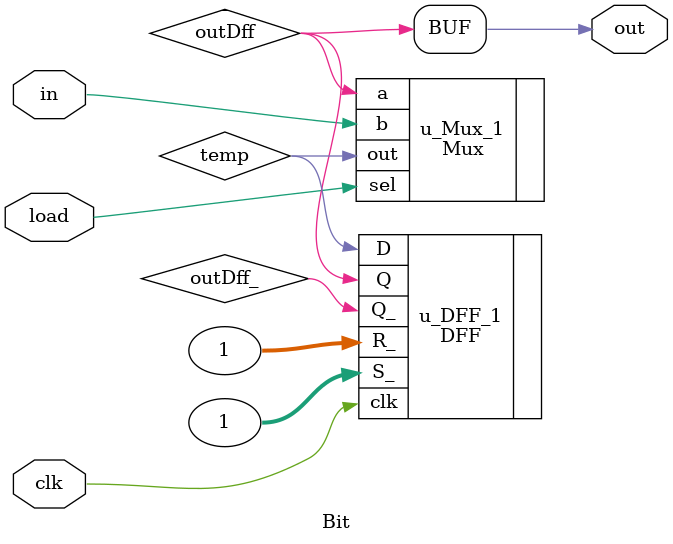
<source format=v>
`timescale 1ns / 1ps


module Bit(
    input   in      ,
    input   load    ,
    input   clk     ,
    output  out     );

    wire    outDff, temp, outDff_;

    DFF u_DFF_1 ( .D(temp), .clk(clk), .S_(1), .R_(1), .Q(outDff), .Q_(outDff_) );
    Mux u_Mux_1 ( .a(outDff), .b(in), .sel(load), .out(temp) );

    assign out = outDff;

endmodule

</source>
